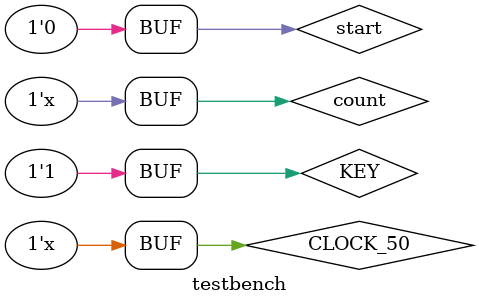
<source format=v>
`timescale 1ns / 1ps

module testbench ( );

	parameter CLOCK_PERIOD = 10;
	parameter counterP = 100;

   reg CLOCK_50;
	reg count;
	reg start;
	wire [3:0] state;
	wire [2:0] VGAstate;
	reg [7:0] SW;
	reg [0:0] KEY;
   wire [6:0] HEX3, HEX2, HEX1, HEX0;
	wire [7:0] VGA_R;
	wire [7:0] VGA_G;
	wire [7:0] VGA_B;
	wire VGA_HS;
	wire VGA_VS;
	wire VGA_BLANK_N;
	wire VGA_SYNC_N;
	wire VGA_CLK;	


	initial begin
        CLOCK_50 <= 1'b0;
		  count <= 1'b0;
	end // initial
	always @ (*)
	begin : Clock_Generator
		#((CLOCK_PERIOD) / 2) CLOCK_50 <= ~CLOCK_50;
	end
	
	always @ (*)
	begin : counterP_Generator
		#((counterP) / 2) count <= ~count;
	end
	
	initial begin
        KEY[0] <= 1'b1; // reset
		  start <= 1'b0;
		  #10 KEY[0] <= 1'b0;
		  #20 KEY[0] <= 1'b1;
		  #100 start <= 1'b1;
		  #20 start <= 1'b0;
	end // initial

	initial begin
        #300 KEY[0] <= 1'b0; // press
        #20 KEY[0] <= 1'b1;
		  #300 start <= 1'b1;
		  #20 start <= 1'b0;
	end // initial
	
	fsm U2(CLOCK_50, KEY[0], count, state, VGAstate, start);

endmodule

</source>
